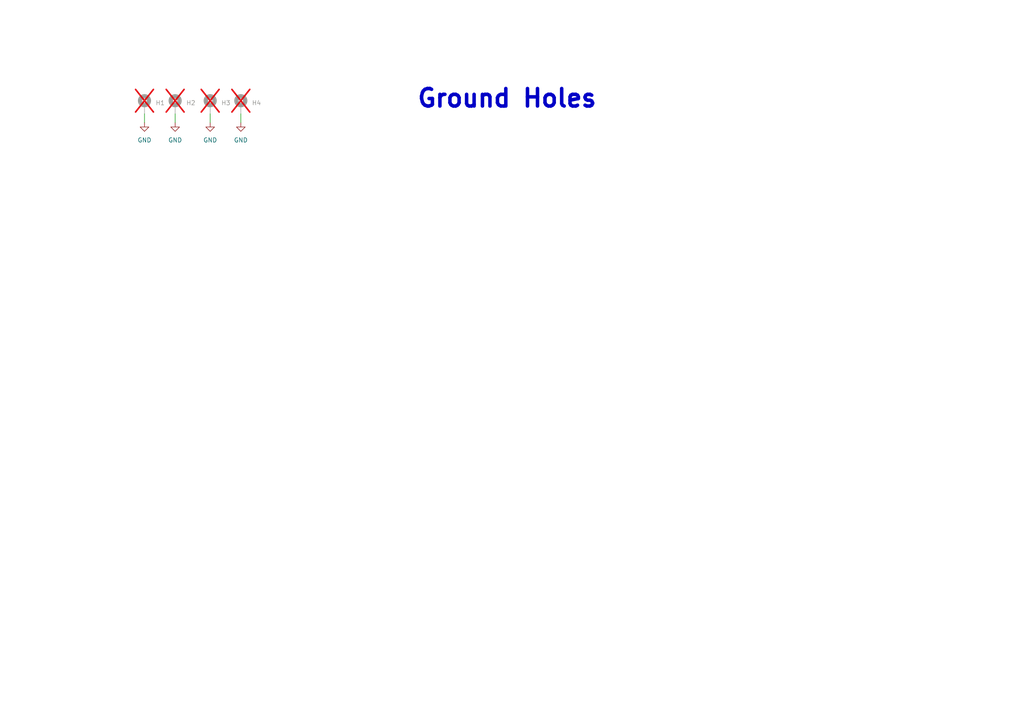
<source format=kicad_sch>
(kicad_sch (version 20250114) (generator "eeschema") (generator_version "9.0")
  (paper "A4")
  (title_block (title "Arena 12-12 Belt :: Modular LED Display") (date "2025-07-25") (rev "v12.2") (company "MCN-NET @ Janelia"))
  (lib_symbols
    (symbol "Mechanical:MountingHole_Pad" (pin_numbers (hide yes)) (pin_names (offset 1.016) (hide yes))
      (property "Reference" "H" (at 0 6.35 0))
      (property "Value" "MountingHole_Pad" (at 0 4.445 0))
      (symbol "MountingHole_Pad_0_1"
        (circle (center 0 1.27) (radius 1.27) (stroke (width 1.27)))
      )
      (symbol "MountingHole_Pad_1_1"
        (pin input line (at 0 -2.54 90) (length 2.54) (name "1") (number "1"))
      )
    )
    (symbol "power:GND" (power) (pin_names (offset 0))
      (property "Value" "GND" (at 0 -3.81 0))
      (symbol "GND_0_1"
        (polyline (pts (xy 0 0) (xy 0 -1.27) (xy 1.27 -1.27) (xy 0 -2.54) (xy -1.27 -1.27) (xy 0 -1.27)))
      )
      (symbol "GND_1_1"
        (pin power_in line (at 0 0 270) (length 0) (hide yes) (name "GND") (number "1"))
      )
    )
  )
  (text "Ground Holes" (at 147.066 28.702 0) (effects (font (size 5.08 5.08) (thickness 1.016) (bold yes))))
  (wire (pts (xy 41.91 33.02) (xy 41.91 35.56)))
  (wire (pts (xy 60.96 33.02) (xy 60.96 35.56)))
  (wire (pts (xy 69.85 33.02) (xy 69.85 35.56)))
  (wire (pts (xy 50.8 33.02) (xy 50.8 35.56)))
  (symbol (lib_id "power:GND") (at 69.85 35.56 0) (mirror y) (unit 1)
    (property "Reference" "#PWR011" (effects (hide yes)))
    (property "Value" "GND" (at 69.85 40.64 0))
  )
  (symbol (lib_id "Mechanical:MountingHole_Pad") (at 50.8 30.48 0) (unit 1) (in_bom no) (dnp yes)
    (property "Reference" "H2" (at 53.975 29.845 0) (effects (justify left)))
    (property "Value" "MountingHole_Pad" (effects (hide yes)))
    (property "Footprint" "MountingHole:MountingHole_4.5mm_Pad" (effects (hide yes)))
  )
  (symbol (lib_id "power:GND") (at 50.8 35.56 0) (mirror y) (unit 1)
    (property "Reference" "#PWR09" (effects (hide yes)))
    (property "Value" "GND" (at 50.8 40.64 0))
  )
  (symbol (lib_id "power:GND") (at 41.91 35.56 0) (mirror y) (unit 1)
    (property "Reference" "#PWR08" (effects (hide yes)))
    (property "Value" "GND" (at 41.91 40.64 0))
  )
  (symbol (lib_id "Mechanical:MountingHole_Pad") (at 60.96 30.48 0) (unit 1) (in_bom no) (dnp yes)
    (property "Reference" "H3" (at 64.135 29.845 0) (effects (justify left)))
    (property "Value" "MountingHole_Pad" (effects (hide yes)))
    (property "Footprint" "MountingHole:MountingHole_4.5mm_Pad" (effects (hide yes)))
  )
  (symbol (lib_id "Mechanical:MountingHole_Pad") (at 41.91 30.48 0) (unit 1) (in_bom no) (dnp yes)
    (property "Reference" "H1" (at 45.085 29.845 0) (effects (justify left)))
    (property "Value" "MountingHole_Pad" (effects (hide yes)))
    (property "Footprint" "MountingHole:MountingHole_4.5mm_Pad" (effects (hide yes)))
  )
  (symbol (lib_id "power:GND") (at 60.96 35.56 0) (mirror y) (unit 1)
    (property "Reference" "#PWR010" (effects (hide yes)))
    (property "Value" "GND" (at 60.96 40.64 0))
  )
  (symbol (lib_id "Mechanical:MountingHole_Pad") (at 69.85 30.48 0) (unit 1) (in_bom no) (dnp yes)
    (property "Reference" "H4" (at 73.025 29.845 0) (effects (justify left)))
    (property "Value" "MountingHole_Pad" (effects (hide yes)))
    (property "Footprint" "MountingHole:MountingHole_4.5mm_Pad" (effects (hide yes)))
  )
)
</source>
